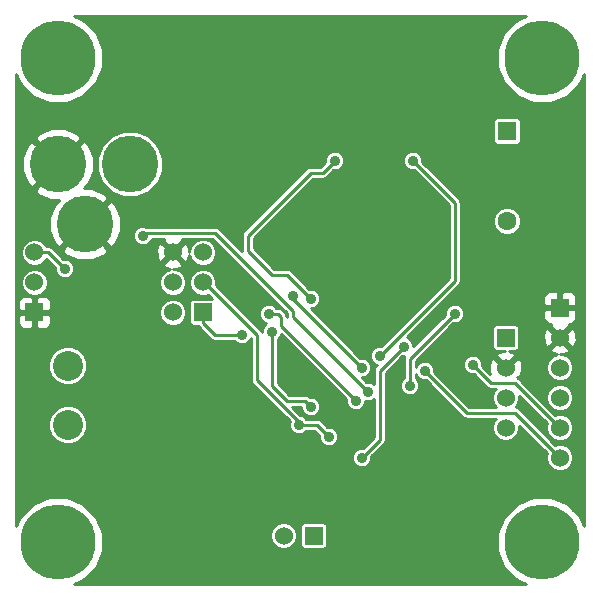
<source format=gbl>
G04 (created by PCBNEW (2013-04-19 BZR 4011)-stable) date 15/12/2014 13:33:28*
%MOIN*%
G04 Gerber Fmt 3.4, Leading zero omitted, Abs format*
%FSLAX34Y34*%
G01*
G70*
G90*
G04 APERTURE LIST*
%ADD10C,0.006*%
%ADD11R,0.0629921X0.0629921*%
%ADD12C,0.0629921*%
%ADD13C,0.25*%
%ADD14C,0.1*%
%ADD15R,0.06X0.06*%
%ADD16C,0.06*%
%ADD17C,0.189*%
%ADD18C,0.035*%
%ADD19C,0.01*%
G04 APERTURE END LIST*
G54D10*
G54D11*
X16535Y-4015D03*
G54D12*
X16535Y-7007D03*
G54D13*
X1574Y-1574D03*
X17716Y-1574D03*
X1574Y-17716D03*
X17716Y-17716D03*
G54D14*
X1900Y-13800D03*
X1900Y-11831D03*
G54D15*
X787Y-10055D03*
G54D16*
X787Y-9055D03*
X787Y-8055D03*
G54D17*
X1574Y-5118D03*
X3974Y-5118D03*
X2474Y-7118D03*
G54D15*
X18307Y-9901D03*
G54D16*
X18307Y-10901D03*
X18307Y-11901D03*
X18307Y-12901D03*
X18307Y-13901D03*
X18307Y-14901D03*
G54D15*
X10100Y-17500D03*
G54D16*
X9100Y-17500D03*
G54D15*
X6405Y-10055D03*
G54D16*
X5405Y-10055D03*
X6405Y-9055D03*
X5405Y-9055D03*
X6405Y-8055D03*
X5405Y-8055D03*
G54D15*
X16500Y-10900D03*
G54D16*
X16500Y-11900D03*
X16500Y-12900D03*
X16500Y-13900D03*
G54D18*
X14800Y-10100D03*
X13300Y-12500D03*
X11700Y-14900D03*
X13100Y-11200D03*
X12300Y-11500D03*
X13400Y-5000D03*
X10800Y-5000D03*
X10000Y-9600D03*
X7700Y-10800D03*
X8700Y-10700D03*
X10000Y-13200D03*
X11500Y-13000D03*
X8600Y-10100D03*
X11700Y-11900D03*
X9400Y-9500D03*
X13800Y-12000D03*
X10600Y-14200D03*
X9600Y-13800D03*
X4400Y-7500D03*
X1800Y-8600D03*
X11900Y-12700D03*
X7975Y-15975D03*
X16000Y-9600D03*
X7600Y-9000D03*
X7500Y-6700D03*
X12700Y-14800D03*
X13200Y-9600D03*
X12500Y-9600D03*
X9500Y-12600D03*
X4300Y-15100D03*
X13900Y-3300D03*
X11500Y-3500D03*
X10800Y-5500D03*
X9000Y-4900D03*
X4900Y-3900D03*
X4600Y-1300D03*
X7100Y-4900D03*
X14600Y-14100D03*
X3900Y-18500D03*
X4900Y-11300D03*
X15400Y-11800D03*
G54D19*
X13300Y-11600D02*
X14800Y-10100D01*
X13300Y-12500D02*
X13300Y-11600D01*
X12300Y-14000D02*
X12300Y-14300D01*
X12300Y-14300D02*
X11700Y-14900D01*
X12300Y-14000D02*
X12300Y-12000D01*
X12300Y-12000D02*
X13100Y-11200D01*
X14800Y-8700D02*
X14800Y-6400D01*
X14800Y-6400D02*
X13400Y-5000D01*
X14800Y-9000D02*
X14800Y-8700D01*
X12300Y-11500D02*
X14800Y-9000D01*
X8900Y-6500D02*
X10000Y-5400D01*
X10400Y-5400D02*
X10800Y-5000D01*
X10000Y-5400D02*
X10400Y-5400D01*
X8700Y-8800D02*
X9200Y-8800D01*
X9200Y-8800D02*
X10000Y-9600D01*
X7900Y-7800D02*
X7900Y-7500D01*
X7900Y-7500D02*
X8900Y-6500D01*
X7900Y-8000D02*
X7900Y-7800D01*
X8700Y-8800D02*
X7900Y-8000D01*
X6405Y-10055D02*
X6405Y-10405D01*
X6800Y-10800D02*
X7700Y-10800D01*
X6405Y-10405D02*
X6800Y-10800D01*
X8700Y-12500D02*
X8700Y-10700D01*
X9200Y-13000D02*
X8700Y-12500D01*
X9800Y-13000D02*
X9200Y-13000D01*
X10000Y-13200D02*
X9800Y-13000D01*
X11500Y-13000D02*
X9000Y-10500D01*
X9000Y-10500D02*
X9000Y-10200D01*
X9000Y-10200D02*
X8900Y-10100D01*
X8900Y-10100D02*
X8600Y-10100D01*
X18301Y-14901D02*
X18307Y-14901D01*
X9400Y-9600D02*
X9400Y-9500D01*
X11700Y-11900D02*
X9400Y-9600D01*
X13800Y-12000D02*
X15200Y-13400D01*
X15200Y-13400D02*
X16600Y-13400D01*
X16600Y-13400D02*
X16800Y-13400D01*
X16800Y-13400D02*
X18301Y-14901D01*
X10600Y-14200D02*
X10200Y-13800D01*
X10200Y-13800D02*
X9600Y-13800D01*
X6405Y-9055D02*
X6455Y-9055D01*
X8200Y-10800D02*
X8200Y-12300D01*
X6455Y-9055D02*
X8200Y-10800D01*
X9600Y-13800D02*
X9600Y-13700D01*
X9600Y-13700D02*
X8200Y-12300D01*
X10200Y-13800D02*
X9600Y-13800D01*
X787Y-8055D02*
X1255Y-8055D01*
X4500Y-7400D02*
X5300Y-7400D01*
X4400Y-7500D02*
X4500Y-7400D01*
X1255Y-8055D02*
X1800Y-8600D01*
X6800Y-7400D02*
X5300Y-7400D01*
X8500Y-9100D02*
X6800Y-7400D01*
X11900Y-12700D02*
X9400Y-10200D01*
X9400Y-10200D02*
X9400Y-10000D01*
X9400Y-10000D02*
X8500Y-9100D01*
X7975Y-15975D02*
X8000Y-16000D01*
X16700Y-12400D02*
X16800Y-12400D01*
X18301Y-13901D02*
X18307Y-13901D01*
X16800Y-12400D02*
X18301Y-13901D01*
X16000Y-12400D02*
X16700Y-12400D01*
X15400Y-11800D02*
X16000Y-12400D01*
G54D10*
G36*
X19121Y-17189D02*
X18988Y-16867D01*
X18861Y-16740D01*
X18861Y-10983D01*
X18857Y-10888D01*
X18857Y-10251D01*
X18857Y-9552D01*
X18819Y-9460D01*
X18748Y-9389D01*
X18657Y-9351D01*
X18557Y-9351D01*
X18419Y-9351D01*
X18357Y-9414D01*
X18357Y-9851D01*
X18794Y-9851D01*
X18857Y-9789D01*
X18857Y-9552D01*
X18857Y-10251D01*
X18857Y-10014D01*
X18794Y-9951D01*
X18357Y-9951D01*
X18357Y-9959D01*
X18257Y-9959D01*
X18257Y-9951D01*
X18257Y-9851D01*
X18257Y-9414D01*
X18194Y-9351D01*
X18056Y-9351D01*
X17957Y-9351D01*
X17865Y-9389D01*
X17795Y-9460D01*
X17757Y-9552D01*
X17757Y-9789D01*
X17819Y-9851D01*
X18257Y-9851D01*
X18257Y-9951D01*
X17819Y-9951D01*
X17757Y-10014D01*
X17757Y-10251D01*
X17795Y-10343D01*
X17865Y-10413D01*
X17957Y-10451D01*
X18010Y-10451D01*
X17991Y-10515D01*
X18307Y-10830D01*
X18622Y-10515D01*
X18603Y-10451D01*
X18657Y-10451D01*
X18748Y-10413D01*
X18819Y-10343D01*
X18857Y-10251D01*
X18857Y-10888D01*
X18850Y-10764D01*
X18788Y-10613D01*
X18692Y-10586D01*
X18377Y-10901D01*
X18692Y-11216D01*
X18788Y-11189D01*
X18861Y-10983D01*
X18861Y-16740D01*
X18757Y-16635D01*
X18757Y-14812D01*
X18688Y-14647D01*
X18562Y-14520D01*
X18396Y-14451D01*
X18217Y-14451D01*
X18158Y-14475D01*
X16941Y-13258D01*
X16876Y-13215D01*
X16830Y-13206D01*
X16881Y-13155D01*
X16949Y-12989D01*
X16950Y-12832D01*
X17878Y-13761D01*
X17857Y-13811D01*
X17857Y-13990D01*
X17925Y-14156D01*
X18051Y-14282D01*
X18217Y-14351D01*
X18396Y-14351D01*
X18561Y-14283D01*
X18688Y-14156D01*
X18757Y-13991D01*
X18757Y-13812D01*
X18757Y-12812D01*
X18757Y-11812D01*
X18688Y-11647D01*
X18562Y-11520D01*
X18396Y-11451D01*
X18320Y-11451D01*
X18443Y-11445D01*
X18594Y-11382D01*
X18622Y-11287D01*
X18307Y-10972D01*
X18236Y-11042D01*
X18236Y-10901D01*
X17921Y-10586D01*
X17825Y-10613D01*
X17752Y-10819D01*
X17763Y-11038D01*
X17825Y-11189D01*
X17921Y-11216D01*
X18236Y-10901D01*
X18236Y-11042D01*
X17991Y-11287D01*
X18019Y-11382D01*
X18215Y-11452D01*
X18052Y-11519D01*
X17925Y-11646D01*
X17857Y-11811D01*
X17857Y-11990D01*
X17925Y-12156D01*
X18051Y-12282D01*
X18217Y-12351D01*
X18396Y-12351D01*
X18561Y-12283D01*
X18688Y-12156D01*
X18757Y-11991D01*
X18757Y-11812D01*
X18757Y-12812D01*
X18688Y-12647D01*
X18562Y-12520D01*
X18396Y-12451D01*
X18217Y-12451D01*
X18052Y-12519D01*
X17925Y-12646D01*
X17857Y-12811D01*
X17857Y-12990D01*
X17925Y-13156D01*
X18051Y-13282D01*
X18217Y-13351D01*
X18396Y-13351D01*
X18561Y-13283D01*
X18688Y-13156D01*
X18757Y-12991D01*
X18757Y-12812D01*
X18757Y-13812D01*
X18688Y-13647D01*
X18562Y-13520D01*
X18396Y-13451D01*
X18217Y-13451D01*
X18158Y-13475D01*
X17054Y-12371D01*
X16941Y-12258D01*
X16904Y-12234D01*
X16885Y-12215D01*
X16981Y-12187D01*
X17054Y-11981D01*
X17043Y-11763D01*
X17000Y-11658D01*
X17000Y-6915D01*
X17000Y-6915D01*
X17000Y-4301D01*
X17000Y-3671D01*
X16977Y-3615D01*
X16935Y-3573D01*
X16880Y-3550D01*
X16820Y-3550D01*
X16190Y-3550D01*
X16135Y-3573D01*
X16093Y-3615D01*
X16070Y-3670D01*
X16070Y-3730D01*
X16070Y-4360D01*
X16093Y-4415D01*
X16135Y-4457D01*
X16190Y-4480D01*
X16250Y-4480D01*
X16880Y-4480D01*
X16935Y-4457D01*
X16977Y-4415D01*
X17000Y-4360D01*
X17000Y-4301D01*
X17000Y-6915D01*
X16929Y-6744D01*
X16799Y-6613D01*
X16628Y-6542D01*
X16443Y-6542D01*
X16272Y-6613D01*
X16141Y-6744D01*
X16070Y-6914D01*
X16070Y-7099D01*
X16141Y-7270D01*
X16271Y-7401D01*
X16442Y-7472D01*
X16627Y-7472D01*
X16798Y-7402D01*
X16929Y-7271D01*
X17000Y-7100D01*
X17000Y-6915D01*
X17000Y-11658D01*
X16981Y-11612D01*
X16950Y-11603D01*
X16950Y-11170D01*
X16950Y-10570D01*
X16927Y-10515D01*
X16885Y-10472D01*
X16829Y-10450D01*
X16770Y-10449D01*
X16170Y-10449D01*
X16115Y-10472D01*
X16072Y-10514D01*
X16050Y-10570D01*
X16049Y-10629D01*
X16049Y-11229D01*
X16072Y-11284D01*
X16114Y-11327D01*
X16170Y-11349D01*
X16229Y-11350D01*
X16485Y-11350D01*
X16363Y-11356D01*
X16212Y-11418D01*
X16184Y-11514D01*
X16500Y-11829D01*
X16815Y-11514D01*
X16787Y-11418D01*
X16595Y-11350D01*
X16829Y-11350D01*
X16884Y-11327D01*
X16927Y-11285D01*
X16949Y-11229D01*
X16950Y-11170D01*
X16950Y-11603D01*
X16885Y-11584D01*
X16570Y-11900D01*
X16576Y-11905D01*
X16505Y-11976D01*
X16500Y-11970D01*
X16494Y-11976D01*
X16423Y-11905D01*
X16429Y-11900D01*
X16114Y-11584D01*
X16018Y-11612D01*
X15945Y-11818D01*
X15956Y-12036D01*
X15982Y-12099D01*
X15724Y-11842D01*
X15725Y-11735D01*
X15675Y-11616D01*
X15584Y-11524D01*
X15464Y-11475D01*
X15335Y-11474D01*
X15216Y-11524D01*
X15124Y-11615D01*
X15075Y-11735D01*
X15074Y-11864D01*
X15124Y-11983D01*
X15215Y-12075D01*
X15335Y-12124D01*
X15442Y-12125D01*
X15858Y-12541D01*
X15858Y-12541D01*
X15901Y-12570D01*
X15923Y-12584D01*
X15923Y-12584D01*
X16000Y-12600D01*
X16163Y-12600D01*
X16118Y-12644D01*
X16050Y-12810D01*
X16049Y-12989D01*
X16118Y-13154D01*
X16163Y-13200D01*
X15282Y-13200D01*
X14124Y-12042D01*
X14125Y-11935D01*
X14075Y-11816D01*
X13984Y-11724D01*
X13864Y-11675D01*
X13735Y-11674D01*
X13616Y-11724D01*
X13524Y-11815D01*
X13500Y-11874D01*
X13500Y-11682D01*
X14757Y-10424D01*
X14864Y-10425D01*
X14983Y-10375D01*
X15075Y-10284D01*
X15124Y-10164D01*
X15125Y-10035D01*
X15075Y-9916D01*
X14984Y-9824D01*
X14864Y-9775D01*
X14735Y-9774D01*
X14616Y-9824D01*
X14524Y-9915D01*
X14475Y-10035D01*
X14474Y-10142D01*
X13425Y-11192D01*
X13425Y-11135D01*
X13375Y-11016D01*
X13284Y-10924D01*
X13195Y-10887D01*
X14941Y-9141D01*
X14984Y-9076D01*
X14984Y-9076D01*
X15000Y-9000D01*
X15000Y-8700D01*
X15000Y-6400D01*
X14987Y-6336D01*
X14984Y-6323D01*
X14984Y-6323D01*
X14941Y-6258D01*
X14941Y-6258D01*
X13724Y-5042D01*
X13725Y-4935D01*
X13675Y-4816D01*
X13584Y-4724D01*
X13464Y-4675D01*
X13335Y-4674D01*
X13216Y-4724D01*
X13124Y-4815D01*
X13075Y-4935D01*
X13074Y-5064D01*
X13124Y-5183D01*
X13215Y-5275D01*
X13335Y-5324D01*
X13442Y-5325D01*
X14600Y-6482D01*
X14600Y-8700D01*
X14600Y-8917D01*
X12342Y-11175D01*
X12235Y-11174D01*
X12116Y-11224D01*
X12024Y-11315D01*
X11975Y-11435D01*
X11974Y-11564D01*
X12024Y-11683D01*
X12115Y-11775D01*
X12204Y-11812D01*
X12158Y-11858D01*
X12115Y-11923D01*
X12100Y-12000D01*
X12100Y-12440D01*
X12084Y-12424D01*
X11964Y-12375D01*
X11857Y-12374D01*
X11707Y-12225D01*
X11764Y-12225D01*
X11883Y-12175D01*
X11975Y-12084D01*
X12024Y-11964D01*
X12025Y-11835D01*
X11975Y-11716D01*
X11884Y-11624D01*
X11764Y-11575D01*
X11657Y-11574D01*
X10007Y-9925D01*
X10064Y-9925D01*
X10183Y-9875D01*
X10275Y-9784D01*
X10324Y-9664D01*
X10325Y-9535D01*
X10275Y-9416D01*
X10184Y-9324D01*
X10064Y-9275D01*
X9957Y-9274D01*
X9341Y-8658D01*
X9276Y-8615D01*
X9200Y-8600D01*
X8782Y-8600D01*
X8100Y-7917D01*
X8100Y-7800D01*
X8100Y-7582D01*
X9041Y-6641D01*
X9041Y-6641D01*
X9041Y-6641D01*
X10082Y-5600D01*
X10400Y-5600D01*
X10476Y-5584D01*
X10541Y-5541D01*
X10757Y-5324D01*
X10864Y-5325D01*
X10983Y-5275D01*
X11075Y-5184D01*
X11124Y-5064D01*
X11125Y-4935D01*
X11075Y-4816D01*
X10984Y-4724D01*
X10864Y-4675D01*
X10735Y-4674D01*
X10616Y-4724D01*
X10524Y-4815D01*
X10475Y-4935D01*
X10474Y-5042D01*
X10317Y-5200D01*
X10000Y-5200D01*
X9923Y-5215D01*
X9901Y-5229D01*
X9858Y-5258D01*
X8758Y-6358D01*
X8758Y-6358D01*
X7758Y-7358D01*
X7715Y-7423D01*
X7700Y-7500D01*
X7700Y-7800D01*
X7700Y-8000D01*
X7704Y-8021D01*
X6941Y-7258D01*
X6876Y-7215D01*
X6800Y-7200D01*
X5300Y-7200D01*
X5069Y-7200D01*
X5069Y-4901D01*
X4903Y-4498D01*
X4595Y-4190D01*
X4193Y-4023D01*
X3757Y-4022D01*
X3355Y-4189D01*
X3047Y-4497D01*
X2879Y-4899D01*
X2879Y-5334D01*
X3045Y-5737D01*
X3353Y-6045D01*
X3756Y-6212D01*
X4191Y-6213D01*
X4594Y-6046D01*
X4902Y-5739D01*
X5069Y-5336D01*
X5069Y-4901D01*
X5069Y-7200D01*
X4525Y-7200D01*
X4464Y-7175D01*
X4335Y-7174D01*
X4216Y-7224D01*
X4124Y-7315D01*
X4075Y-7435D01*
X4074Y-7564D01*
X4124Y-7683D01*
X4215Y-7775D01*
X4335Y-7824D01*
X4464Y-7825D01*
X4583Y-7775D01*
X4675Y-7684D01*
X4710Y-7600D01*
X5110Y-7600D01*
X5090Y-7669D01*
X5405Y-7984D01*
X5720Y-7669D01*
X5700Y-7600D01*
X6717Y-7600D01*
X8358Y-9241D01*
X9200Y-10082D01*
X9200Y-10200D01*
X9187Y-10136D01*
X9184Y-10123D01*
X9184Y-10123D01*
X9141Y-10058D01*
X9041Y-9958D01*
X8976Y-9915D01*
X8900Y-9900D01*
X8859Y-9900D01*
X8784Y-9824D01*
X8664Y-9775D01*
X8535Y-9774D01*
X8416Y-9824D01*
X8324Y-9915D01*
X8275Y-10035D01*
X8274Y-10164D01*
X8324Y-10283D01*
X8415Y-10375D01*
X8524Y-10420D01*
X8516Y-10424D01*
X8424Y-10515D01*
X8375Y-10635D01*
X8374Y-10708D01*
X8370Y-10701D01*
X8341Y-10658D01*
X8341Y-10658D01*
X6847Y-9164D01*
X6855Y-9145D01*
X6855Y-8966D01*
X6855Y-7966D01*
X6787Y-7800D01*
X6660Y-7673D01*
X6495Y-7605D01*
X6316Y-7605D01*
X6150Y-7673D01*
X6024Y-7799D01*
X5955Y-7965D01*
X5955Y-8041D01*
X5949Y-7918D01*
X5886Y-7767D01*
X5791Y-7739D01*
X5476Y-8055D01*
X5791Y-8370D01*
X5886Y-8342D01*
X5956Y-8147D01*
X6023Y-8309D01*
X6150Y-8436D01*
X6315Y-8505D01*
X6494Y-8505D01*
X6660Y-8436D01*
X6786Y-8310D01*
X6855Y-8145D01*
X6855Y-7966D01*
X6855Y-8966D01*
X6787Y-8800D01*
X6660Y-8673D01*
X6495Y-8605D01*
X6316Y-8605D01*
X6150Y-8673D01*
X6024Y-8799D01*
X5955Y-8965D01*
X5955Y-9144D01*
X6023Y-9309D01*
X6150Y-9436D01*
X6315Y-9505D01*
X6494Y-9505D01*
X6585Y-9467D01*
X6722Y-9605D01*
X6675Y-9605D01*
X6075Y-9605D01*
X6020Y-9627D01*
X5978Y-9670D01*
X5955Y-9725D01*
X5955Y-9784D01*
X5955Y-10384D01*
X5978Y-10439D01*
X6020Y-10482D01*
X6075Y-10505D01*
X6135Y-10505D01*
X6236Y-10505D01*
X6264Y-10546D01*
X6658Y-10941D01*
X6658Y-10941D01*
X6701Y-10970D01*
X6723Y-10984D01*
X6723Y-10984D01*
X6799Y-10999D01*
X6800Y-11000D01*
X7440Y-11000D01*
X7515Y-11075D01*
X7635Y-11124D01*
X7764Y-11125D01*
X7883Y-11075D01*
X7975Y-10984D01*
X8000Y-10925D01*
X8000Y-12300D01*
X8015Y-12376D01*
X8058Y-12441D01*
X9297Y-13680D01*
X9275Y-13735D01*
X9274Y-13864D01*
X9324Y-13983D01*
X9415Y-14075D01*
X9535Y-14124D01*
X9664Y-14125D01*
X9783Y-14075D01*
X9859Y-14000D01*
X10117Y-14000D01*
X10275Y-14157D01*
X10274Y-14264D01*
X10324Y-14383D01*
X10415Y-14475D01*
X10535Y-14524D01*
X10664Y-14525D01*
X10783Y-14475D01*
X10875Y-14384D01*
X10924Y-14264D01*
X10925Y-14135D01*
X10875Y-14016D01*
X10784Y-13924D01*
X10664Y-13875D01*
X10557Y-13874D01*
X10341Y-13658D01*
X10276Y-13615D01*
X10200Y-13600D01*
X9859Y-13600D01*
X9784Y-13524D01*
X9664Y-13475D01*
X9657Y-13475D01*
X9382Y-13200D01*
X9674Y-13200D01*
X9674Y-13264D01*
X9724Y-13383D01*
X9815Y-13475D01*
X9935Y-13524D01*
X10064Y-13525D01*
X10183Y-13475D01*
X10275Y-13384D01*
X10324Y-13264D01*
X10325Y-13135D01*
X10275Y-13016D01*
X10184Y-12924D01*
X10064Y-12875D01*
X9957Y-12874D01*
X9941Y-12858D01*
X9876Y-12815D01*
X9800Y-12800D01*
X9282Y-12800D01*
X8900Y-12417D01*
X8900Y-10959D01*
X8975Y-10884D01*
X9012Y-10795D01*
X11175Y-12957D01*
X11174Y-13064D01*
X11224Y-13183D01*
X11315Y-13275D01*
X11435Y-13324D01*
X11564Y-13325D01*
X11683Y-13275D01*
X11775Y-13184D01*
X11824Y-13064D01*
X11824Y-13020D01*
X11835Y-13024D01*
X11964Y-13025D01*
X12083Y-12975D01*
X12100Y-12959D01*
X12100Y-14000D01*
X12100Y-14217D01*
X11742Y-14575D01*
X11635Y-14574D01*
X11516Y-14624D01*
X11424Y-14715D01*
X11375Y-14835D01*
X11374Y-14964D01*
X11424Y-15083D01*
X11515Y-15175D01*
X11635Y-15224D01*
X11764Y-15225D01*
X11883Y-15175D01*
X11975Y-15084D01*
X12024Y-14964D01*
X12025Y-14857D01*
X12441Y-14441D01*
X12441Y-14441D01*
X12470Y-14398D01*
X12484Y-14376D01*
X12484Y-14376D01*
X12499Y-14300D01*
X12500Y-14300D01*
X12500Y-14000D01*
X12500Y-12082D01*
X13057Y-11524D01*
X13114Y-11525D01*
X13100Y-11600D01*
X13100Y-12240D01*
X13024Y-12315D01*
X12975Y-12435D01*
X12974Y-12564D01*
X13024Y-12683D01*
X13115Y-12775D01*
X13235Y-12824D01*
X13364Y-12825D01*
X13483Y-12775D01*
X13575Y-12684D01*
X13624Y-12564D01*
X13625Y-12435D01*
X13575Y-12316D01*
X13500Y-12240D01*
X13500Y-12125D01*
X13524Y-12183D01*
X13615Y-12275D01*
X13735Y-12324D01*
X13842Y-12325D01*
X15058Y-13541D01*
X15058Y-13541D01*
X15123Y-13584D01*
X15123Y-13584D01*
X15136Y-13587D01*
X15200Y-13600D01*
X16163Y-13600D01*
X16118Y-13644D01*
X16050Y-13810D01*
X16049Y-13989D01*
X16118Y-14154D01*
X16244Y-14281D01*
X16410Y-14349D01*
X16589Y-14350D01*
X16754Y-14281D01*
X16881Y-14155D01*
X16949Y-13989D01*
X16950Y-13832D01*
X17878Y-14761D01*
X17857Y-14811D01*
X17857Y-14990D01*
X17925Y-15156D01*
X18051Y-15282D01*
X18217Y-15351D01*
X18396Y-15351D01*
X18561Y-15283D01*
X18688Y-15156D01*
X18757Y-14991D01*
X18757Y-14812D01*
X18757Y-16635D01*
X18567Y-16445D01*
X18016Y-16216D01*
X17419Y-16216D01*
X16867Y-16444D01*
X16445Y-16865D01*
X16216Y-17416D01*
X16216Y-18013D01*
X16444Y-18565D01*
X16865Y-18987D01*
X17188Y-19121D01*
X10550Y-19121D01*
X10550Y-17770D01*
X10550Y-17170D01*
X10527Y-17115D01*
X10485Y-17072D01*
X10429Y-17050D01*
X10370Y-17049D01*
X9770Y-17049D01*
X9715Y-17072D01*
X9672Y-17114D01*
X9650Y-17170D01*
X9649Y-17229D01*
X9649Y-17829D01*
X9672Y-17884D01*
X9714Y-17927D01*
X9770Y-17949D01*
X9829Y-17950D01*
X10429Y-17950D01*
X10484Y-17927D01*
X10527Y-17885D01*
X10549Y-17829D01*
X10550Y-17770D01*
X10550Y-19121D01*
X9550Y-19121D01*
X9550Y-17410D01*
X9481Y-17245D01*
X9355Y-17118D01*
X9189Y-17050D01*
X9010Y-17049D01*
X8845Y-17118D01*
X8718Y-17244D01*
X8650Y-17410D01*
X8649Y-17589D01*
X8718Y-17754D01*
X8844Y-17881D01*
X9010Y-17949D01*
X9189Y-17950D01*
X9354Y-17881D01*
X9481Y-17755D01*
X9549Y-17589D01*
X9550Y-17410D01*
X9550Y-19121D01*
X5855Y-19121D01*
X5855Y-9966D01*
X5855Y-8966D01*
X5787Y-8800D01*
X5660Y-8673D01*
X5495Y-8605D01*
X5419Y-8605D01*
X5542Y-8598D01*
X5693Y-8536D01*
X5720Y-8441D01*
X5405Y-8125D01*
X5334Y-8196D01*
X5334Y-8055D01*
X5019Y-7739D01*
X4924Y-7767D01*
X4850Y-7973D01*
X4861Y-8191D01*
X4924Y-8342D01*
X5019Y-8370D01*
X5334Y-8055D01*
X5334Y-8196D01*
X5090Y-8441D01*
X5117Y-8536D01*
X5313Y-8606D01*
X5150Y-8673D01*
X5024Y-8799D01*
X4955Y-8965D01*
X4955Y-9144D01*
X5023Y-9309D01*
X5150Y-9436D01*
X5315Y-9505D01*
X5494Y-9505D01*
X5660Y-9436D01*
X5786Y-9310D01*
X5855Y-9145D01*
X5855Y-8966D01*
X5855Y-9966D01*
X5787Y-9800D01*
X5660Y-9673D01*
X5495Y-9605D01*
X5316Y-9605D01*
X5150Y-9673D01*
X5024Y-9799D01*
X4955Y-9965D01*
X4955Y-10144D01*
X5023Y-10309D01*
X5150Y-10436D01*
X5315Y-10505D01*
X5494Y-10505D01*
X5660Y-10436D01*
X5786Y-10310D01*
X5855Y-10145D01*
X5855Y-9966D01*
X5855Y-19121D01*
X3670Y-19121D01*
X3670Y-7353D01*
X3669Y-6878D01*
X3489Y-6443D01*
X3326Y-6336D01*
X3256Y-6407D01*
X3256Y-6266D01*
X3149Y-6103D01*
X2770Y-5947D01*
X2710Y-5922D01*
X2450Y-5923D01*
X2426Y-5899D01*
X2589Y-5793D01*
X2770Y-5353D01*
X2769Y-4878D01*
X2589Y-4443D01*
X2426Y-4336D01*
X2356Y-4407D01*
X2356Y-4266D01*
X2249Y-4103D01*
X1810Y-3922D01*
X1334Y-3923D01*
X899Y-4103D01*
X793Y-4266D01*
X1574Y-5047D01*
X2356Y-4266D01*
X2356Y-4407D01*
X1645Y-5118D01*
X1651Y-5123D01*
X1580Y-5194D01*
X1574Y-5188D01*
X1504Y-5259D01*
X1504Y-5118D01*
X722Y-4336D01*
X560Y-4443D01*
X379Y-4882D01*
X380Y-5357D01*
X560Y-5793D01*
X722Y-5899D01*
X1504Y-5118D01*
X1504Y-5259D01*
X793Y-5970D01*
X899Y-6132D01*
X1339Y-6313D01*
X1599Y-6313D01*
X1622Y-6336D01*
X1460Y-6443D01*
X1279Y-6882D01*
X1280Y-7357D01*
X1460Y-7793D01*
X1622Y-7899D01*
X2404Y-7118D01*
X2398Y-7112D01*
X2469Y-7041D01*
X2474Y-7047D01*
X3256Y-6266D01*
X3256Y-6407D01*
X2545Y-7118D01*
X3326Y-7899D01*
X3489Y-7793D01*
X3670Y-7353D01*
X3670Y-19121D01*
X3256Y-19121D01*
X3256Y-7970D01*
X2474Y-7188D01*
X2404Y-7259D01*
X1693Y-7970D01*
X1799Y-8132D01*
X2239Y-8313D01*
X2714Y-8312D01*
X3149Y-8132D01*
X3256Y-7970D01*
X3256Y-19121D01*
X2102Y-19121D01*
X2423Y-18988D01*
X2845Y-18567D01*
X3074Y-18016D01*
X3075Y-17419D01*
X2847Y-16867D01*
X2550Y-16570D01*
X2550Y-13671D01*
X2550Y-11702D01*
X2451Y-11463D01*
X2268Y-11280D01*
X2125Y-11221D01*
X2125Y-8535D01*
X2075Y-8416D01*
X1984Y-8324D01*
X1864Y-8275D01*
X1757Y-8274D01*
X1396Y-7913D01*
X1331Y-7870D01*
X1255Y-7855D01*
X1191Y-7855D01*
X1169Y-7800D01*
X1042Y-7673D01*
X877Y-7605D01*
X698Y-7605D01*
X532Y-7673D01*
X406Y-7799D01*
X337Y-7965D01*
X337Y-8144D01*
X405Y-8309D01*
X532Y-8436D01*
X697Y-8505D01*
X876Y-8505D01*
X1041Y-8436D01*
X1168Y-8310D01*
X1185Y-8268D01*
X1475Y-8557D01*
X1474Y-8664D01*
X1524Y-8783D01*
X1615Y-8875D01*
X1735Y-8924D01*
X1864Y-8925D01*
X1983Y-8875D01*
X2075Y-8784D01*
X2124Y-8664D01*
X2125Y-8535D01*
X2125Y-11221D01*
X2029Y-11181D01*
X1771Y-11181D01*
X1532Y-11280D01*
X1349Y-11462D01*
X1337Y-11491D01*
X1337Y-10404D01*
X1337Y-9705D01*
X1299Y-9613D01*
X1237Y-9551D01*
X1237Y-8966D01*
X1169Y-8800D01*
X1042Y-8673D01*
X877Y-8605D01*
X698Y-8605D01*
X532Y-8673D01*
X406Y-8799D01*
X337Y-8965D01*
X337Y-9144D01*
X405Y-9309D01*
X532Y-9436D01*
X697Y-9505D01*
X876Y-9505D01*
X1041Y-9436D01*
X1168Y-9310D01*
X1237Y-9145D01*
X1237Y-8966D01*
X1237Y-9551D01*
X1229Y-9543D01*
X1137Y-9505D01*
X1037Y-9505D01*
X899Y-9505D01*
X837Y-9567D01*
X837Y-10005D01*
X1274Y-10005D01*
X1337Y-9942D01*
X1337Y-9705D01*
X1337Y-10404D01*
X1337Y-10167D01*
X1274Y-10105D01*
X837Y-10105D01*
X837Y-10542D01*
X899Y-10605D01*
X1037Y-10605D01*
X1137Y-10605D01*
X1229Y-10566D01*
X1299Y-10496D01*
X1337Y-10404D01*
X1337Y-11491D01*
X1250Y-11701D01*
X1249Y-11960D01*
X1348Y-12199D01*
X1531Y-12382D01*
X1770Y-12481D01*
X2028Y-12481D01*
X2267Y-12382D01*
X2450Y-12200D01*
X2549Y-11961D01*
X2550Y-11702D01*
X2550Y-13671D01*
X2451Y-13432D01*
X2268Y-13249D01*
X2029Y-13150D01*
X1771Y-13149D01*
X1532Y-13248D01*
X1349Y-13431D01*
X1250Y-13670D01*
X1249Y-13928D01*
X1348Y-14167D01*
X1531Y-14350D01*
X1770Y-14449D01*
X2028Y-14450D01*
X2267Y-14351D01*
X2450Y-14168D01*
X2549Y-13929D01*
X2550Y-13671D01*
X2550Y-16570D01*
X2425Y-16445D01*
X1874Y-16216D01*
X1277Y-16216D01*
X737Y-16439D01*
X737Y-10542D01*
X737Y-10105D01*
X737Y-10005D01*
X737Y-9567D01*
X674Y-9505D01*
X536Y-9505D01*
X437Y-9505D01*
X345Y-9543D01*
X275Y-9613D01*
X237Y-9705D01*
X237Y-9942D01*
X299Y-10005D01*
X737Y-10005D01*
X737Y-10105D01*
X299Y-10105D01*
X237Y-10167D01*
X237Y-10404D01*
X275Y-10496D01*
X345Y-10566D01*
X437Y-10605D01*
X536Y-10605D01*
X674Y-10605D01*
X737Y-10542D01*
X737Y-16439D01*
X726Y-16444D01*
X303Y-16865D01*
X169Y-17188D01*
X169Y-2102D01*
X302Y-2423D01*
X724Y-2845D01*
X1275Y-3074D01*
X1871Y-3075D01*
X2423Y-2847D01*
X2845Y-2425D01*
X3074Y-1874D01*
X3075Y-1277D01*
X2847Y-726D01*
X2425Y-303D01*
X2102Y-169D01*
X17189Y-169D01*
X16867Y-302D01*
X16445Y-724D01*
X16216Y-1275D01*
X16216Y-1871D01*
X16444Y-2423D01*
X16865Y-2845D01*
X17416Y-3074D01*
X18013Y-3075D01*
X18565Y-2847D01*
X18987Y-2425D01*
X19121Y-2102D01*
X19121Y-17189D01*
X19121Y-17189D01*
G37*
G54D19*
X19121Y-17189D02*
X18988Y-16867D01*
X18861Y-16740D01*
X18861Y-10983D01*
X18857Y-10888D01*
X18857Y-10251D01*
X18857Y-9552D01*
X18819Y-9460D01*
X18748Y-9389D01*
X18657Y-9351D01*
X18557Y-9351D01*
X18419Y-9351D01*
X18357Y-9414D01*
X18357Y-9851D01*
X18794Y-9851D01*
X18857Y-9789D01*
X18857Y-9552D01*
X18857Y-10251D01*
X18857Y-10014D01*
X18794Y-9951D01*
X18357Y-9951D01*
X18357Y-9959D01*
X18257Y-9959D01*
X18257Y-9951D01*
X18257Y-9851D01*
X18257Y-9414D01*
X18194Y-9351D01*
X18056Y-9351D01*
X17957Y-9351D01*
X17865Y-9389D01*
X17795Y-9460D01*
X17757Y-9552D01*
X17757Y-9789D01*
X17819Y-9851D01*
X18257Y-9851D01*
X18257Y-9951D01*
X17819Y-9951D01*
X17757Y-10014D01*
X17757Y-10251D01*
X17795Y-10343D01*
X17865Y-10413D01*
X17957Y-10451D01*
X18010Y-10451D01*
X17991Y-10515D01*
X18307Y-10830D01*
X18622Y-10515D01*
X18603Y-10451D01*
X18657Y-10451D01*
X18748Y-10413D01*
X18819Y-10343D01*
X18857Y-10251D01*
X18857Y-10888D01*
X18850Y-10764D01*
X18788Y-10613D01*
X18692Y-10586D01*
X18377Y-10901D01*
X18692Y-11216D01*
X18788Y-11189D01*
X18861Y-10983D01*
X18861Y-16740D01*
X18757Y-16635D01*
X18757Y-14812D01*
X18688Y-14647D01*
X18562Y-14520D01*
X18396Y-14451D01*
X18217Y-14451D01*
X18158Y-14475D01*
X16941Y-13258D01*
X16876Y-13215D01*
X16830Y-13206D01*
X16881Y-13155D01*
X16949Y-12989D01*
X16950Y-12832D01*
X17878Y-13761D01*
X17857Y-13811D01*
X17857Y-13990D01*
X17925Y-14156D01*
X18051Y-14282D01*
X18217Y-14351D01*
X18396Y-14351D01*
X18561Y-14283D01*
X18688Y-14156D01*
X18757Y-13991D01*
X18757Y-13812D01*
X18757Y-12812D01*
X18757Y-11812D01*
X18688Y-11647D01*
X18562Y-11520D01*
X18396Y-11451D01*
X18320Y-11451D01*
X18443Y-11445D01*
X18594Y-11382D01*
X18622Y-11287D01*
X18307Y-10972D01*
X18236Y-11042D01*
X18236Y-10901D01*
X17921Y-10586D01*
X17825Y-10613D01*
X17752Y-10819D01*
X17763Y-11038D01*
X17825Y-11189D01*
X17921Y-11216D01*
X18236Y-10901D01*
X18236Y-11042D01*
X17991Y-11287D01*
X18019Y-11382D01*
X18215Y-11452D01*
X18052Y-11519D01*
X17925Y-11646D01*
X17857Y-11811D01*
X17857Y-11990D01*
X17925Y-12156D01*
X18051Y-12282D01*
X18217Y-12351D01*
X18396Y-12351D01*
X18561Y-12283D01*
X18688Y-12156D01*
X18757Y-11991D01*
X18757Y-11812D01*
X18757Y-12812D01*
X18688Y-12647D01*
X18562Y-12520D01*
X18396Y-12451D01*
X18217Y-12451D01*
X18052Y-12519D01*
X17925Y-12646D01*
X17857Y-12811D01*
X17857Y-12990D01*
X17925Y-13156D01*
X18051Y-13282D01*
X18217Y-13351D01*
X18396Y-13351D01*
X18561Y-13283D01*
X18688Y-13156D01*
X18757Y-12991D01*
X18757Y-12812D01*
X18757Y-13812D01*
X18688Y-13647D01*
X18562Y-13520D01*
X18396Y-13451D01*
X18217Y-13451D01*
X18158Y-13475D01*
X17054Y-12371D01*
X16941Y-12258D01*
X16904Y-12234D01*
X16885Y-12215D01*
X16981Y-12187D01*
X17054Y-11981D01*
X17043Y-11763D01*
X17000Y-11658D01*
X17000Y-6915D01*
X17000Y-6915D01*
X17000Y-4301D01*
X17000Y-3671D01*
X16977Y-3615D01*
X16935Y-3573D01*
X16880Y-3550D01*
X16820Y-3550D01*
X16190Y-3550D01*
X16135Y-3573D01*
X16093Y-3615D01*
X16070Y-3670D01*
X16070Y-3730D01*
X16070Y-4360D01*
X16093Y-4415D01*
X16135Y-4457D01*
X16190Y-4480D01*
X16250Y-4480D01*
X16880Y-4480D01*
X16935Y-4457D01*
X16977Y-4415D01*
X17000Y-4360D01*
X17000Y-4301D01*
X17000Y-6915D01*
X16929Y-6744D01*
X16799Y-6613D01*
X16628Y-6542D01*
X16443Y-6542D01*
X16272Y-6613D01*
X16141Y-6744D01*
X16070Y-6914D01*
X16070Y-7099D01*
X16141Y-7270D01*
X16271Y-7401D01*
X16442Y-7472D01*
X16627Y-7472D01*
X16798Y-7402D01*
X16929Y-7271D01*
X17000Y-7100D01*
X17000Y-6915D01*
X17000Y-11658D01*
X16981Y-11612D01*
X16950Y-11603D01*
X16950Y-11170D01*
X16950Y-10570D01*
X16927Y-10515D01*
X16885Y-10472D01*
X16829Y-10450D01*
X16770Y-10449D01*
X16170Y-10449D01*
X16115Y-10472D01*
X16072Y-10514D01*
X16050Y-10570D01*
X16049Y-10629D01*
X16049Y-11229D01*
X16072Y-11284D01*
X16114Y-11327D01*
X16170Y-11349D01*
X16229Y-11350D01*
X16485Y-11350D01*
X16363Y-11356D01*
X16212Y-11418D01*
X16184Y-11514D01*
X16500Y-11829D01*
X16815Y-11514D01*
X16787Y-11418D01*
X16595Y-11350D01*
X16829Y-11350D01*
X16884Y-11327D01*
X16927Y-11285D01*
X16949Y-11229D01*
X16950Y-11170D01*
X16950Y-11603D01*
X16885Y-11584D01*
X16570Y-11900D01*
X16576Y-11905D01*
X16505Y-11976D01*
X16500Y-11970D01*
X16494Y-11976D01*
X16423Y-11905D01*
X16429Y-11900D01*
X16114Y-11584D01*
X16018Y-11612D01*
X15945Y-11818D01*
X15956Y-12036D01*
X15982Y-12099D01*
X15724Y-11842D01*
X15725Y-11735D01*
X15675Y-11616D01*
X15584Y-11524D01*
X15464Y-11475D01*
X15335Y-11474D01*
X15216Y-11524D01*
X15124Y-11615D01*
X15075Y-11735D01*
X15074Y-11864D01*
X15124Y-11983D01*
X15215Y-12075D01*
X15335Y-12124D01*
X15442Y-12125D01*
X15858Y-12541D01*
X15858Y-12541D01*
X15901Y-12570D01*
X15923Y-12584D01*
X15923Y-12584D01*
X16000Y-12600D01*
X16163Y-12600D01*
X16118Y-12644D01*
X16050Y-12810D01*
X16049Y-12989D01*
X16118Y-13154D01*
X16163Y-13200D01*
X15282Y-13200D01*
X14124Y-12042D01*
X14125Y-11935D01*
X14075Y-11816D01*
X13984Y-11724D01*
X13864Y-11675D01*
X13735Y-11674D01*
X13616Y-11724D01*
X13524Y-11815D01*
X13500Y-11874D01*
X13500Y-11682D01*
X14757Y-10424D01*
X14864Y-10425D01*
X14983Y-10375D01*
X15075Y-10284D01*
X15124Y-10164D01*
X15125Y-10035D01*
X15075Y-9916D01*
X14984Y-9824D01*
X14864Y-9775D01*
X14735Y-9774D01*
X14616Y-9824D01*
X14524Y-9915D01*
X14475Y-10035D01*
X14474Y-10142D01*
X13425Y-11192D01*
X13425Y-11135D01*
X13375Y-11016D01*
X13284Y-10924D01*
X13195Y-10887D01*
X14941Y-9141D01*
X14984Y-9076D01*
X14984Y-9076D01*
X15000Y-9000D01*
X15000Y-8700D01*
X15000Y-6400D01*
X14987Y-6336D01*
X14984Y-6323D01*
X14984Y-6323D01*
X14941Y-6258D01*
X14941Y-6258D01*
X13724Y-5042D01*
X13725Y-4935D01*
X13675Y-4816D01*
X13584Y-4724D01*
X13464Y-4675D01*
X13335Y-4674D01*
X13216Y-4724D01*
X13124Y-4815D01*
X13075Y-4935D01*
X13074Y-5064D01*
X13124Y-5183D01*
X13215Y-5275D01*
X13335Y-5324D01*
X13442Y-5325D01*
X14600Y-6482D01*
X14600Y-8700D01*
X14600Y-8917D01*
X12342Y-11175D01*
X12235Y-11174D01*
X12116Y-11224D01*
X12024Y-11315D01*
X11975Y-11435D01*
X11974Y-11564D01*
X12024Y-11683D01*
X12115Y-11775D01*
X12204Y-11812D01*
X12158Y-11858D01*
X12115Y-11923D01*
X12100Y-12000D01*
X12100Y-12440D01*
X12084Y-12424D01*
X11964Y-12375D01*
X11857Y-12374D01*
X11707Y-12225D01*
X11764Y-12225D01*
X11883Y-12175D01*
X11975Y-12084D01*
X12024Y-11964D01*
X12025Y-11835D01*
X11975Y-11716D01*
X11884Y-11624D01*
X11764Y-11575D01*
X11657Y-11574D01*
X10007Y-9925D01*
X10064Y-9925D01*
X10183Y-9875D01*
X10275Y-9784D01*
X10324Y-9664D01*
X10325Y-9535D01*
X10275Y-9416D01*
X10184Y-9324D01*
X10064Y-9275D01*
X9957Y-9274D01*
X9341Y-8658D01*
X9276Y-8615D01*
X9200Y-8600D01*
X8782Y-8600D01*
X8100Y-7917D01*
X8100Y-7800D01*
X8100Y-7582D01*
X9041Y-6641D01*
X9041Y-6641D01*
X9041Y-6641D01*
X10082Y-5600D01*
X10400Y-5600D01*
X10476Y-5584D01*
X10541Y-5541D01*
X10757Y-5324D01*
X10864Y-5325D01*
X10983Y-5275D01*
X11075Y-5184D01*
X11124Y-5064D01*
X11125Y-4935D01*
X11075Y-4816D01*
X10984Y-4724D01*
X10864Y-4675D01*
X10735Y-4674D01*
X10616Y-4724D01*
X10524Y-4815D01*
X10475Y-4935D01*
X10474Y-5042D01*
X10317Y-5200D01*
X10000Y-5200D01*
X9923Y-5215D01*
X9901Y-5229D01*
X9858Y-5258D01*
X8758Y-6358D01*
X8758Y-6358D01*
X7758Y-7358D01*
X7715Y-7423D01*
X7700Y-7500D01*
X7700Y-7800D01*
X7700Y-8000D01*
X7704Y-8021D01*
X6941Y-7258D01*
X6876Y-7215D01*
X6800Y-7200D01*
X5300Y-7200D01*
X5069Y-7200D01*
X5069Y-4901D01*
X4903Y-4498D01*
X4595Y-4190D01*
X4193Y-4023D01*
X3757Y-4022D01*
X3355Y-4189D01*
X3047Y-4497D01*
X2879Y-4899D01*
X2879Y-5334D01*
X3045Y-5737D01*
X3353Y-6045D01*
X3756Y-6212D01*
X4191Y-6213D01*
X4594Y-6046D01*
X4902Y-5739D01*
X5069Y-5336D01*
X5069Y-4901D01*
X5069Y-7200D01*
X4525Y-7200D01*
X4464Y-7175D01*
X4335Y-7174D01*
X4216Y-7224D01*
X4124Y-7315D01*
X4075Y-7435D01*
X4074Y-7564D01*
X4124Y-7683D01*
X4215Y-7775D01*
X4335Y-7824D01*
X4464Y-7825D01*
X4583Y-7775D01*
X4675Y-7684D01*
X4710Y-7600D01*
X5110Y-7600D01*
X5090Y-7669D01*
X5405Y-7984D01*
X5720Y-7669D01*
X5700Y-7600D01*
X6717Y-7600D01*
X8358Y-9241D01*
X9200Y-10082D01*
X9200Y-10200D01*
X9187Y-10136D01*
X9184Y-10123D01*
X9184Y-10123D01*
X9141Y-10058D01*
X9041Y-9958D01*
X8976Y-9915D01*
X8900Y-9900D01*
X8859Y-9900D01*
X8784Y-9824D01*
X8664Y-9775D01*
X8535Y-9774D01*
X8416Y-9824D01*
X8324Y-9915D01*
X8275Y-10035D01*
X8274Y-10164D01*
X8324Y-10283D01*
X8415Y-10375D01*
X8524Y-10420D01*
X8516Y-10424D01*
X8424Y-10515D01*
X8375Y-10635D01*
X8374Y-10708D01*
X8370Y-10701D01*
X8341Y-10658D01*
X8341Y-10658D01*
X6847Y-9164D01*
X6855Y-9145D01*
X6855Y-8966D01*
X6855Y-7966D01*
X6787Y-7800D01*
X6660Y-7673D01*
X6495Y-7605D01*
X6316Y-7605D01*
X6150Y-7673D01*
X6024Y-7799D01*
X5955Y-7965D01*
X5955Y-8041D01*
X5949Y-7918D01*
X5886Y-7767D01*
X5791Y-7739D01*
X5476Y-8055D01*
X5791Y-8370D01*
X5886Y-8342D01*
X5956Y-8147D01*
X6023Y-8309D01*
X6150Y-8436D01*
X6315Y-8505D01*
X6494Y-8505D01*
X6660Y-8436D01*
X6786Y-8310D01*
X6855Y-8145D01*
X6855Y-7966D01*
X6855Y-8966D01*
X6787Y-8800D01*
X6660Y-8673D01*
X6495Y-8605D01*
X6316Y-8605D01*
X6150Y-8673D01*
X6024Y-8799D01*
X5955Y-8965D01*
X5955Y-9144D01*
X6023Y-9309D01*
X6150Y-9436D01*
X6315Y-9505D01*
X6494Y-9505D01*
X6585Y-9467D01*
X6722Y-9605D01*
X6675Y-9605D01*
X6075Y-9605D01*
X6020Y-9627D01*
X5978Y-9670D01*
X5955Y-9725D01*
X5955Y-9784D01*
X5955Y-10384D01*
X5978Y-10439D01*
X6020Y-10482D01*
X6075Y-10505D01*
X6135Y-10505D01*
X6236Y-10505D01*
X6264Y-10546D01*
X6658Y-10941D01*
X6658Y-10941D01*
X6701Y-10970D01*
X6723Y-10984D01*
X6723Y-10984D01*
X6799Y-10999D01*
X6800Y-11000D01*
X7440Y-11000D01*
X7515Y-11075D01*
X7635Y-11124D01*
X7764Y-11125D01*
X7883Y-11075D01*
X7975Y-10984D01*
X8000Y-10925D01*
X8000Y-12300D01*
X8015Y-12376D01*
X8058Y-12441D01*
X9297Y-13680D01*
X9275Y-13735D01*
X9274Y-13864D01*
X9324Y-13983D01*
X9415Y-14075D01*
X9535Y-14124D01*
X9664Y-14125D01*
X9783Y-14075D01*
X9859Y-14000D01*
X10117Y-14000D01*
X10275Y-14157D01*
X10274Y-14264D01*
X10324Y-14383D01*
X10415Y-14475D01*
X10535Y-14524D01*
X10664Y-14525D01*
X10783Y-14475D01*
X10875Y-14384D01*
X10924Y-14264D01*
X10925Y-14135D01*
X10875Y-14016D01*
X10784Y-13924D01*
X10664Y-13875D01*
X10557Y-13874D01*
X10341Y-13658D01*
X10276Y-13615D01*
X10200Y-13600D01*
X9859Y-13600D01*
X9784Y-13524D01*
X9664Y-13475D01*
X9657Y-13475D01*
X9382Y-13200D01*
X9674Y-13200D01*
X9674Y-13264D01*
X9724Y-13383D01*
X9815Y-13475D01*
X9935Y-13524D01*
X10064Y-13525D01*
X10183Y-13475D01*
X10275Y-13384D01*
X10324Y-13264D01*
X10325Y-13135D01*
X10275Y-13016D01*
X10184Y-12924D01*
X10064Y-12875D01*
X9957Y-12874D01*
X9941Y-12858D01*
X9876Y-12815D01*
X9800Y-12800D01*
X9282Y-12800D01*
X8900Y-12417D01*
X8900Y-10959D01*
X8975Y-10884D01*
X9012Y-10795D01*
X11175Y-12957D01*
X11174Y-13064D01*
X11224Y-13183D01*
X11315Y-13275D01*
X11435Y-13324D01*
X11564Y-13325D01*
X11683Y-13275D01*
X11775Y-13184D01*
X11824Y-13064D01*
X11824Y-13020D01*
X11835Y-13024D01*
X11964Y-13025D01*
X12083Y-12975D01*
X12100Y-12959D01*
X12100Y-14000D01*
X12100Y-14217D01*
X11742Y-14575D01*
X11635Y-14574D01*
X11516Y-14624D01*
X11424Y-14715D01*
X11375Y-14835D01*
X11374Y-14964D01*
X11424Y-15083D01*
X11515Y-15175D01*
X11635Y-15224D01*
X11764Y-15225D01*
X11883Y-15175D01*
X11975Y-15084D01*
X12024Y-14964D01*
X12025Y-14857D01*
X12441Y-14441D01*
X12441Y-14441D01*
X12470Y-14398D01*
X12484Y-14376D01*
X12484Y-14376D01*
X12499Y-14300D01*
X12500Y-14300D01*
X12500Y-14000D01*
X12500Y-12082D01*
X13057Y-11524D01*
X13114Y-11525D01*
X13100Y-11600D01*
X13100Y-12240D01*
X13024Y-12315D01*
X12975Y-12435D01*
X12974Y-12564D01*
X13024Y-12683D01*
X13115Y-12775D01*
X13235Y-12824D01*
X13364Y-12825D01*
X13483Y-12775D01*
X13575Y-12684D01*
X13624Y-12564D01*
X13625Y-12435D01*
X13575Y-12316D01*
X13500Y-12240D01*
X13500Y-12125D01*
X13524Y-12183D01*
X13615Y-12275D01*
X13735Y-12324D01*
X13842Y-12325D01*
X15058Y-13541D01*
X15058Y-13541D01*
X15123Y-13584D01*
X15123Y-13584D01*
X15136Y-13587D01*
X15200Y-13600D01*
X16163Y-13600D01*
X16118Y-13644D01*
X16050Y-13810D01*
X16049Y-13989D01*
X16118Y-14154D01*
X16244Y-14281D01*
X16410Y-14349D01*
X16589Y-14350D01*
X16754Y-14281D01*
X16881Y-14155D01*
X16949Y-13989D01*
X16950Y-13832D01*
X17878Y-14761D01*
X17857Y-14811D01*
X17857Y-14990D01*
X17925Y-15156D01*
X18051Y-15282D01*
X18217Y-15351D01*
X18396Y-15351D01*
X18561Y-15283D01*
X18688Y-15156D01*
X18757Y-14991D01*
X18757Y-14812D01*
X18757Y-16635D01*
X18567Y-16445D01*
X18016Y-16216D01*
X17419Y-16216D01*
X16867Y-16444D01*
X16445Y-16865D01*
X16216Y-17416D01*
X16216Y-18013D01*
X16444Y-18565D01*
X16865Y-18987D01*
X17188Y-19121D01*
X10550Y-19121D01*
X10550Y-17770D01*
X10550Y-17170D01*
X10527Y-17115D01*
X10485Y-17072D01*
X10429Y-17050D01*
X10370Y-17049D01*
X9770Y-17049D01*
X9715Y-17072D01*
X9672Y-17114D01*
X9650Y-17170D01*
X9649Y-17229D01*
X9649Y-17829D01*
X9672Y-17884D01*
X9714Y-17927D01*
X9770Y-17949D01*
X9829Y-17950D01*
X10429Y-17950D01*
X10484Y-17927D01*
X10527Y-17885D01*
X10549Y-17829D01*
X10550Y-17770D01*
X10550Y-19121D01*
X9550Y-19121D01*
X9550Y-17410D01*
X9481Y-17245D01*
X9355Y-17118D01*
X9189Y-17050D01*
X9010Y-17049D01*
X8845Y-17118D01*
X8718Y-17244D01*
X8650Y-17410D01*
X8649Y-17589D01*
X8718Y-17754D01*
X8844Y-17881D01*
X9010Y-17949D01*
X9189Y-17950D01*
X9354Y-17881D01*
X9481Y-17755D01*
X9549Y-17589D01*
X9550Y-17410D01*
X9550Y-19121D01*
X5855Y-19121D01*
X5855Y-9966D01*
X5855Y-8966D01*
X5787Y-8800D01*
X5660Y-8673D01*
X5495Y-8605D01*
X5419Y-8605D01*
X5542Y-8598D01*
X5693Y-8536D01*
X5720Y-8441D01*
X5405Y-8125D01*
X5334Y-8196D01*
X5334Y-8055D01*
X5019Y-7739D01*
X4924Y-7767D01*
X4850Y-7973D01*
X4861Y-8191D01*
X4924Y-8342D01*
X5019Y-8370D01*
X5334Y-8055D01*
X5334Y-8196D01*
X5090Y-8441D01*
X5117Y-8536D01*
X5313Y-8606D01*
X5150Y-8673D01*
X5024Y-8799D01*
X4955Y-8965D01*
X4955Y-9144D01*
X5023Y-9309D01*
X5150Y-9436D01*
X5315Y-9505D01*
X5494Y-9505D01*
X5660Y-9436D01*
X5786Y-9310D01*
X5855Y-9145D01*
X5855Y-8966D01*
X5855Y-9966D01*
X5787Y-9800D01*
X5660Y-9673D01*
X5495Y-9605D01*
X5316Y-9605D01*
X5150Y-9673D01*
X5024Y-9799D01*
X4955Y-9965D01*
X4955Y-10144D01*
X5023Y-10309D01*
X5150Y-10436D01*
X5315Y-10505D01*
X5494Y-10505D01*
X5660Y-10436D01*
X5786Y-10310D01*
X5855Y-10145D01*
X5855Y-9966D01*
X5855Y-19121D01*
X3670Y-19121D01*
X3670Y-7353D01*
X3669Y-6878D01*
X3489Y-6443D01*
X3326Y-6336D01*
X3256Y-6407D01*
X3256Y-6266D01*
X3149Y-6103D01*
X2770Y-5947D01*
X2710Y-5922D01*
X2450Y-5923D01*
X2426Y-5899D01*
X2589Y-5793D01*
X2770Y-5353D01*
X2769Y-4878D01*
X2589Y-4443D01*
X2426Y-4336D01*
X2356Y-4407D01*
X2356Y-4266D01*
X2249Y-4103D01*
X1810Y-3922D01*
X1334Y-3923D01*
X899Y-4103D01*
X793Y-4266D01*
X1574Y-5047D01*
X2356Y-4266D01*
X2356Y-4407D01*
X1645Y-5118D01*
X1651Y-5123D01*
X1580Y-5194D01*
X1574Y-5188D01*
X1504Y-5259D01*
X1504Y-5118D01*
X722Y-4336D01*
X560Y-4443D01*
X379Y-4882D01*
X380Y-5357D01*
X560Y-5793D01*
X722Y-5899D01*
X1504Y-5118D01*
X1504Y-5259D01*
X793Y-5970D01*
X899Y-6132D01*
X1339Y-6313D01*
X1599Y-6313D01*
X1622Y-6336D01*
X1460Y-6443D01*
X1279Y-6882D01*
X1280Y-7357D01*
X1460Y-7793D01*
X1622Y-7899D01*
X2404Y-7118D01*
X2398Y-7112D01*
X2469Y-7041D01*
X2474Y-7047D01*
X3256Y-6266D01*
X3256Y-6407D01*
X2545Y-7118D01*
X3326Y-7899D01*
X3489Y-7793D01*
X3670Y-7353D01*
X3670Y-19121D01*
X3256Y-19121D01*
X3256Y-7970D01*
X2474Y-7188D01*
X2404Y-7259D01*
X1693Y-7970D01*
X1799Y-8132D01*
X2239Y-8313D01*
X2714Y-8312D01*
X3149Y-8132D01*
X3256Y-7970D01*
X3256Y-19121D01*
X2102Y-19121D01*
X2423Y-18988D01*
X2845Y-18567D01*
X3074Y-18016D01*
X3075Y-17419D01*
X2847Y-16867D01*
X2550Y-16570D01*
X2550Y-13671D01*
X2550Y-11702D01*
X2451Y-11463D01*
X2268Y-11280D01*
X2125Y-11221D01*
X2125Y-8535D01*
X2075Y-8416D01*
X1984Y-8324D01*
X1864Y-8275D01*
X1757Y-8274D01*
X1396Y-7913D01*
X1331Y-7870D01*
X1255Y-7855D01*
X1191Y-7855D01*
X1169Y-7800D01*
X1042Y-7673D01*
X877Y-7605D01*
X698Y-7605D01*
X532Y-7673D01*
X406Y-7799D01*
X337Y-7965D01*
X337Y-8144D01*
X405Y-8309D01*
X532Y-8436D01*
X697Y-8505D01*
X876Y-8505D01*
X1041Y-8436D01*
X1168Y-8310D01*
X1185Y-8268D01*
X1475Y-8557D01*
X1474Y-8664D01*
X1524Y-8783D01*
X1615Y-8875D01*
X1735Y-8924D01*
X1864Y-8925D01*
X1983Y-8875D01*
X2075Y-8784D01*
X2124Y-8664D01*
X2125Y-8535D01*
X2125Y-11221D01*
X2029Y-11181D01*
X1771Y-11181D01*
X1532Y-11280D01*
X1349Y-11462D01*
X1337Y-11491D01*
X1337Y-10404D01*
X1337Y-9705D01*
X1299Y-9613D01*
X1237Y-9551D01*
X1237Y-8966D01*
X1169Y-8800D01*
X1042Y-8673D01*
X877Y-8605D01*
X698Y-8605D01*
X532Y-8673D01*
X406Y-8799D01*
X337Y-8965D01*
X337Y-9144D01*
X405Y-9309D01*
X532Y-9436D01*
X697Y-9505D01*
X876Y-9505D01*
X1041Y-9436D01*
X1168Y-9310D01*
X1237Y-9145D01*
X1237Y-8966D01*
X1237Y-9551D01*
X1229Y-9543D01*
X1137Y-9505D01*
X1037Y-9505D01*
X899Y-9505D01*
X837Y-9567D01*
X837Y-10005D01*
X1274Y-10005D01*
X1337Y-9942D01*
X1337Y-9705D01*
X1337Y-10404D01*
X1337Y-10167D01*
X1274Y-10105D01*
X837Y-10105D01*
X837Y-10542D01*
X899Y-10605D01*
X1037Y-10605D01*
X1137Y-10605D01*
X1229Y-10566D01*
X1299Y-10496D01*
X1337Y-10404D01*
X1337Y-11491D01*
X1250Y-11701D01*
X1249Y-11960D01*
X1348Y-12199D01*
X1531Y-12382D01*
X1770Y-12481D01*
X2028Y-12481D01*
X2267Y-12382D01*
X2450Y-12200D01*
X2549Y-11961D01*
X2550Y-11702D01*
X2550Y-13671D01*
X2451Y-13432D01*
X2268Y-13249D01*
X2029Y-13150D01*
X1771Y-13149D01*
X1532Y-13248D01*
X1349Y-13431D01*
X1250Y-13670D01*
X1249Y-13928D01*
X1348Y-14167D01*
X1531Y-14350D01*
X1770Y-14449D01*
X2028Y-14450D01*
X2267Y-14351D01*
X2450Y-14168D01*
X2549Y-13929D01*
X2550Y-13671D01*
X2550Y-16570D01*
X2425Y-16445D01*
X1874Y-16216D01*
X1277Y-16216D01*
X737Y-16439D01*
X737Y-10542D01*
X737Y-10105D01*
X737Y-10005D01*
X737Y-9567D01*
X674Y-9505D01*
X536Y-9505D01*
X437Y-9505D01*
X345Y-9543D01*
X275Y-9613D01*
X237Y-9705D01*
X237Y-9942D01*
X299Y-10005D01*
X737Y-10005D01*
X737Y-10105D01*
X299Y-10105D01*
X237Y-10167D01*
X237Y-10404D01*
X275Y-10496D01*
X345Y-10566D01*
X437Y-10605D01*
X536Y-10605D01*
X674Y-10605D01*
X737Y-10542D01*
X737Y-16439D01*
X726Y-16444D01*
X303Y-16865D01*
X169Y-17188D01*
X169Y-2102D01*
X302Y-2423D01*
X724Y-2845D01*
X1275Y-3074D01*
X1871Y-3075D01*
X2423Y-2847D01*
X2845Y-2425D01*
X3074Y-1874D01*
X3075Y-1277D01*
X2847Y-726D01*
X2425Y-303D01*
X2102Y-169D01*
X17189Y-169D01*
X16867Y-302D01*
X16445Y-724D01*
X16216Y-1275D01*
X16216Y-1871D01*
X16444Y-2423D01*
X16865Y-2845D01*
X17416Y-3074D01*
X18013Y-3075D01*
X18565Y-2847D01*
X18987Y-2425D01*
X19121Y-2102D01*
X19121Y-17189D01*
M02*

</source>
